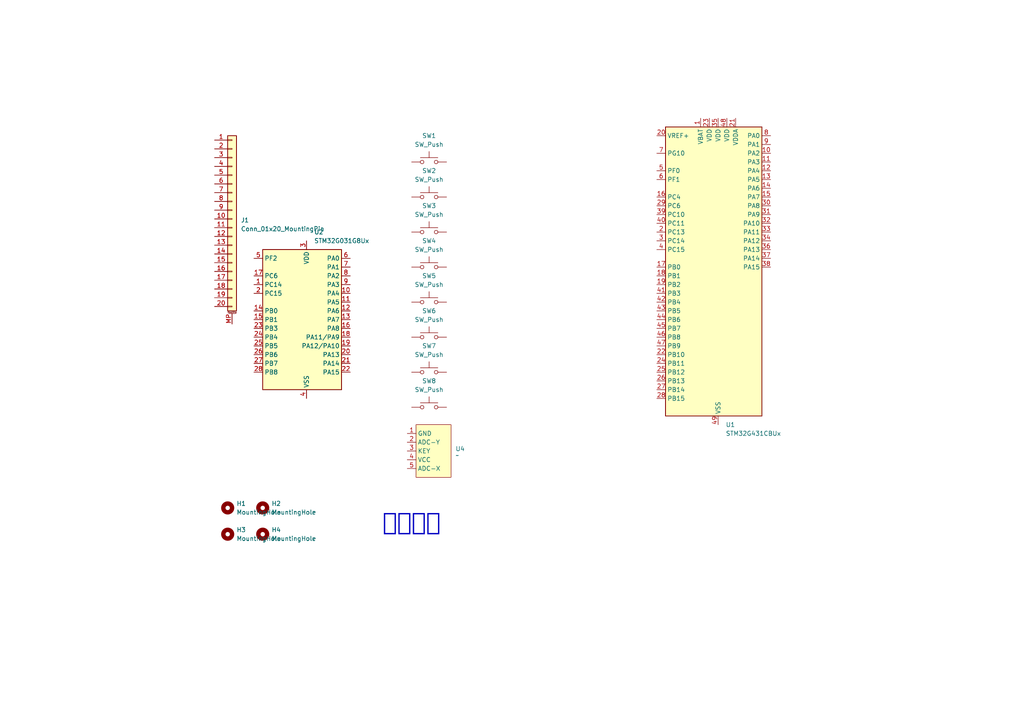
<source format=kicad_sch>
(kicad_sch (version 20231120) (generator "eeschema") (generator_version "8.0")
  (paper "A4")
  (lib_symbols
    (symbol "Connector_Generic_MountingPin:Conn_01x20_MountingPin" (pin_names (offset 1.016) hide)
      (property "Reference" "J" (at 0 25.4 0))
      (property "Value" "Conn_01x20_MountingPin" (at 1.27 -27.94 0))
      (symbol "Conn_01x20_MountingPin_1_1"
        (rectangle (start -1.27 -25.273) (end 0 -25.527) (stroke (width 0.1524)))
        (rectangle (start -1.27 -22.733) (end 0 -22.987) (stroke (width 0.1524)))
        (rectangle (start -1.27 -20.193) (end 0 -20.447) (stroke (width 0.1524)))
        (rectangle (start -1.27 -17.653) (end 0 -17.907) (stroke (width 0.1524)))
        (rectangle (start -1.27 -15.113) (end 0 -15.367) (stroke (width 0.1524)))
        (rectangle (start -1.27 -12.573) (end 0 -12.827) (stroke (width 0.1524)))
        (rectangle (start -1.27 -10.033) (end 0 -10.287) (stroke (width 0.1524)))
        (rectangle (start -1.27 -7.493) (end 0 -7.747) (stroke (width 0.1524)))
        (rectangle (start -1.27 -4.953) (end 0 -5.207) (stroke (width 0.1524)))
        (rectangle (start -1.27 -2.413) (end 0 -2.667) (stroke (width 0.1524)))
        (rectangle (start -1.27 0.127) (end 0 -0.127) (stroke (width 0.1524)))
        (rectangle (start -1.27 2.667) (end 0 2.413) (stroke (width 0.1524)))
        (rectangle (start -1.27 5.207) (end 0 4.953) (stroke (width 0.1524)))
        (rectangle (start -1.27 7.747) (end 0 7.493) (stroke (width 0.1524)))
        (rectangle (start -1.27 10.287) (end 0 10.033) (stroke (width 0.1524)))
        (rectangle (start -1.27 12.827) (end 0 12.573) (stroke (width 0.1524)))
        (rectangle (start -1.27 15.367) (end 0 15.113) (stroke (width 0.1524)))
        (rectangle (start -1.27 17.907) (end 0 17.653) (stroke (width 0.1524)))
        (rectangle (start -1.27 20.447) (end 0 20.193) (stroke (width 0.1524)))
        (rectangle (start -1.27 22.987) (end 0 22.733) (stroke (width 0.1524)))
        (rectangle (start -1.27 24.13) (end 1.27 -26.67) (stroke (width 0.254)) (fill (type background)))
        (polyline (pts (xy -1.016 -27.432) (xy 1.016 -27.432)) (stroke (width 0.1524)))
        (text "Mounting" (at 0 -27.051 0) (effects (font (size 0.381 0.381))))
        (pin passive line (at -5.08 22.86 0) (length 3.81) (name "Pin_1") (number "1"))
        (pin passive line (at -5.08 0 0) (length 3.81) (name "Pin_10") (number "10"))
        (pin passive line (at -5.08 -2.54 0) (length 3.81) (name "Pin_11") (number "11"))
        (pin passive line (at -5.08 -5.08 0) (length 3.81) (name "Pin_12") (number "12"))
        (pin passive line (at -5.08 -7.62 0) (length 3.81) (name "Pin_13") (number "13"))
        (pin passive line (at -5.08 -10.16 0) (length 3.81) (name "Pin_14") (number "14"))
        (pin passive line (at -5.08 -12.7 0) (length 3.81) (name "Pin_15") (number "15"))
        (pin passive line (at -5.08 -15.24 0) (length 3.81) (name "Pin_16") (number "16"))
        (pin passive line (at -5.08 -17.78 0) (length 3.81) (name "Pin_17") (number "17"))
        (pin passive line (at -5.08 -20.32 0) (length 3.81) (name "Pin_18") (number "18"))
        (pin passive line (at -5.08 -22.86 0) (length 3.81) (name "Pin_19") (number "19"))
        (pin passive line (at -5.08 20.32 0) (length 3.81) (name "Pin_2") (number "2"))
        (pin passive line (at -5.08 -25.4 0) (length 3.81) (name "Pin_20") (number "20"))
        (pin passive line (at -5.08 17.78 0) (length 3.81) (name "Pin_3") (number "3"))
        (pin passive line (at -5.08 15.24 0) (length 3.81) (name "Pin_4") (number "4"))
        (pin passive line (at -5.08 12.7 0) (length 3.81) (name "Pin_5") (number "5"))
        (pin passive line (at -5.08 10.16 0) (length 3.81) (name "Pin_6") (number "6"))
        (pin passive line (at -5.08 7.62 0) (length 3.81) (name "Pin_7") (number "7"))
        (pin passive line (at -5.08 5.08 0) (length 3.81) (name "Pin_8") (number "8"))
        (pin passive line (at -5.08 2.54 0) (length 3.81) (name "Pin_9") (number "9"))
        (pin passive line (at 0 -30.48 90) (length 3.048) (name "MountPin") (number "MP"))
      )
    )
    (symbol "MCU_ST_STM32G0:STM32G031G8Ux"
      (property "Reference" "U" (at -10.16 21.59 0))
      (property "Value" "STM32G031G8Ux" (at 5.08 21.59 0))
      (symbol "STM32G031G8Ux_0_1"
        (rectangle (start -10.16 -20.32) (end 12.7 20.32) (stroke (width 0.254)) (fill (type background)))
      )
      (symbol "STM32G031G8Ux_1_1"
        (pin bidirectional line (at -12.7 10.16 0) (length 2.54) (name "PC14") (number "1"))
        (pin bidirectional line (at 15.24 7.62 180) (length 2.54) (name "PA4") (number "10"))
        (pin bidirectional line (at 15.24 5.08 180) (length 2.54) (name "PA5") (number "11"))
        (pin bidirectional line (at 15.24 2.54 180) (length 2.54) (name "PA6") (number "12"))
        (pin bidirectional line (at 15.24 0 180) (length 2.54) (name "PA7") (number "13"))
        (pin bidirectional line (at -12.7 2.54 0) (length 2.54) (name "PB0") (number "14"))
        (pin bidirectional line (at -12.7 0 0) (length 2.54) (name "PB1") (number "15"))
        (pin bidirectional line (at 15.24 -2.54 180) (length 2.54) (name "PA8") (number "16"))
        (pin bidirectional line (at -12.7 12.7 0) (length 2.54) (name "PC6") (number "17"))
        (pin bidirectional line (at 15.24 -5.08 180) (length 2.54) (name "PA11/PA9") (number "18"))
        (pin bidirectional line (at 15.24 -7.62 180) (length 2.54) (name "PA12/PA10") (number "19"))
        (pin bidirectional line (at -12.7 7.62 0) (length 2.54) (name "PC15") (number "2"))
        (pin bidirectional line (at 15.24 -10.16 180) (length 2.54) (name "PA13") (number "20"))
        (pin bidirectional line (at 15.24 -12.7 180) (length 2.54) (name "PA14") (number "21"))
        (pin bidirectional line (at 15.24 -15.24 180) (length 2.54) (name "PA15") (number "22"))
        (pin bidirectional line (at -12.7 -2.54 0) (length 2.54) (name "PB3") (number "23"))
        (pin bidirectional line (at -12.7 -5.08 0) (length 2.54) (name "PB4") (number "24"))
        (pin bidirectional line (at -12.7 -7.62 0) (length 2.54) (name "PB5") (number "25"))
        (pin bidirectional line (at -12.7 -10.16 0) (length 2.54) (name "PB6") (number "26"))
        (pin bidirectional line (at -12.7 -12.7 0) (length 2.54) (name "PB7") (number "27"))
        (pin bidirectional line (at -12.7 -15.24 0) (length 2.54) (name "PB8") (number "28"))
        (pin power_in line (at 2.54 22.86 270) (length 2.54) (name "VDD") (number "3"))
        (pin power_in line (at 2.54 -22.86 90) (length 2.54) (name "VSS") (number "4"))
        (pin bidirectional line (at -12.7 17.78 0) (length 2.54) (name "PF2") (number "5"))
        (pin bidirectional line (at 15.24 17.78 180) (length 2.54) (name "PA0") (number "6"))
        (pin bidirectional line (at 15.24 15.24 180) (length 2.54) (name "PA1") (number "7"))
        (pin bidirectional line (at 15.24 12.7 180) (length 2.54) (name "PA2") (number "8"))
        (pin bidirectional line (at 15.24 10.16 180) (length 2.54) (name "PA3") (number "9"))
      )
    )
    (symbol "MCU_ST_STM32G4:STM32G431CBUx"
      (property "Reference" "U" (at -12.7 44.45 0))
      (property "Value" "STM32G431CBUx" (at 10.16 44.45 0))
      (symbol "STM32G431CBUx_0_1"
        (rectangle (start -12.7 -40.64) (end 15.24 43.18) (stroke (width 0.254)) (fill (type background)))
      )
      (symbol "STM32G431CBUx_1_1"
        (pin power_in line (at -2.54 45.72 270) (length 2.54) (name "VBAT") (number "1"))
        (pin bidirectional line (at 17.78 35.56 180) (length 2.54) (name "PA2") (number "10"))
        (pin bidirectional line (at 17.78 33.02 180) (length 2.54) (name "PA3") (number "11"))
        (pin bidirectional line (at 17.78 30.48 180) (length 2.54) (name "PA4") (number "12"))
        (pin bidirectional line (at 17.78 27.94 180) (length 2.54) (name "PA5") (number "13"))
        (pin bidirectional line (at 17.78 25.4 180) (length 2.54) (name "PA6") (number "14"))
        (pin bidirectional line (at 17.78 22.86 180) (length 2.54) (name "PA7") (number "15"))
        (pin bidirectional line (at -15.24 22.86 0) (length 2.54) (name "PC4") (number "16"))
        (pin bidirectional line (at -15.24 2.54 0) (length 2.54) (name "PB0") (number "17"))
        (pin bidirectional line (at -15.24 0 0) (length 2.54) (name "PB1") (number "18"))
        (pin bidirectional line (at -15.24 -2.54 0) (length 2.54) (name "PB2") (number "19"))
        (pin bidirectional line (at -15.24 12.7 0) (length 2.54) (name "PC13") (number "2"))
        (pin input line (at -15.24 40.64 0) (length 2.54) (name "VREF+") (number "20"))
        (pin power_in line (at 7.62 45.72 270) (length 2.54) (name "VDDA") (number "21"))
        (pin bidirectional line (at -15.24 -22.86 0) (length 2.54) (name "PB10") (number "22"))
        (pin power_in line (at 0 45.72 270) (length 2.54) (name "VDD") (number "23"))
        (pin bidirectional line (at -15.24 -25.4 0) (length 2.54) (name "PB11") (number "24"))
        (pin bidirectional line (at -15.24 -27.94 0) (length 2.54) (name "PB12") (number "25"))
        (pin bidirectional line (at -15.24 -30.48 0) (length 2.54) (name "PB13") (number "26"))
        (pin bidirectional line (at -15.24 -33.02 0) (length 2.54) (name "PB14") (number "27"))
        (pin bidirectional line (at -15.24 -35.56 0) (length 2.54) (name "PB15") (number "28"))
        (pin bidirectional line (at -15.24 20.32 0) (length 2.54) (name "PC6") (number "29"))
        (pin bidirectional line (at -15.24 10.16 0) (length 2.54) (name "PC14") (number "3"))
        (pin bidirectional line (at 17.78 20.32 180) (length 2.54) (name "PA8") (number "30"))
        (pin bidirectional line (at 17.78 17.78 180) (length 2.54) (name "PA9") (number "31"))
        (pin bidirectional line (at 17.78 15.24 180) (length 2.54) (name "PA10") (number "32"))
        (pin bidirectional line (at 17.78 12.7 180) (length 2.54) (name "PA11") (number "33"))
        (pin bidirectional line (at 17.78 10.16 180) (length 2.54) (name "PA12") (number "34"))
        (pin power_in line (at 2.54 45.72 270) (length 2.54) (name "VDD") (number "35"))
        (pin bidirectional line (at 17.78 7.62 180) (length 2.54) (name "PA13") (number "36"))
        (pin bidirectional line (at 17.78 5.08 180) (length 2.54) (name "PA14") (number "37"))
        (pin bidirectional line (at 17.78 2.54 180) (length 2.54) (name "PA15") (number "38"))
        (pin bidirectional line (at -15.24 17.78 0) (length 2.54) (name "PC10") (number "39"))
        (pin bidirectional line (at -15.24 7.62 0) (length 2.54) (name "PC15") (number "4"))
        (pin bidirectional line (at -15.24 15.24 0) (length 2.54) (name "PC11") (number "40"))
        (pin bidirectional line (at -15.24 -5.08 0) (length 2.54) (name "PB3") (number "41"))
        (pin bidirectional line (at -15.24 -7.62 0) (length 2.54) (name "PB4") (number "42"))
        (pin bidirectional line (at -15.24 -10.16 0) (length 2.54) (name "PB5") (number "43"))
        (pin bidirectional line (at -15.24 -12.7 0) (length 2.54) (name "PB6") (number "44"))
        (pin bidirectional line (at -15.24 -15.24 0) (length 2.54) (name "PB7") (number "45"))
        (pin bidirectional line (at -15.24 -17.78 0) (length 2.54) (name "PB8") (number "46"))
        (pin bidirectional line (at -15.24 -20.32 0) (length 2.54) (name "PB9") (number "47"))
        (pin power_in line (at 5.08 45.72 270) (length 2.54) (name "VDD") (number "48"))
        (pin power_in line (at 2.54 -43.18 90) (length 2.54) (name "VSS") (number "49"))
        (pin bidirectional line (at -15.24 30.48 0) (length 2.54) (name "PF0") (number "5"))
        (pin bidirectional line (at -15.24 27.94 0) (length 2.54) (name "PF1") (number "6"))
        (pin bidirectional line (at -15.24 35.56 0) (length 2.54) (name "PG10") (number "7"))
        (pin bidirectional line (at 17.78 40.64 180) (length 2.54) (name "PA0") (number "8"))
        (pin bidirectional line (at 17.78 38.1 180) (length 2.54) (name "PA1") (number "9"))
      )
    )
    (symbol "Mechanical:MountingHole" (pin_names (offset 1.016)) (exclude_from_sim yes) (in_bom no)
      (property "Reference" "H" (at 0 5.08 0))
      (property "Value" "MountingHole" (at 0 3.175 0))
      (symbol "MountingHole_0_1"
        (circle (center 0 0) (radius 1.27) (stroke (width 1.27)))
      )
    )
    (symbol "Switch:SW_Push" (pin_numbers hide) (pin_names (offset 1.016) hide)
      (property "Reference" "SW" (at 1.27 2.54 0))
      (property "Value" "SW_Push" (at 0 -1.524 0))
      (symbol "SW_Push_0_1"
        (circle (center -2.032 0) (radius 0.508))
        (polyline (pts (xy 0 1.27) (xy 0 3.048)))
        (polyline (pts (xy 2.54 1.27) (xy -2.54 1.27)))
        (circle (center 2.032 0) (radius 0.508))
        (pin passive line (at -5.08 0 0) (length 2.54) (name "1") (number "1"))
        (pin passive line (at 5.08 0 180) (length 2.54) (name "2") (number "2"))
      )
    )
    (symbol "my_symbol:ns_joystick"
      (property "Reference" "U" (at -2.032 8.636 0))
      (symbol "ns_joystick_1_1"
        (rectangle (start -5.0696 7.62) (end 5.0904 -7.62) (fill (type background)))
        (pin input line (at -7.6096 5.08 0) (length 2.54) (name "GND") (number "1"))
        (pin input line (at -7.62 2.5469 0) (length 2.54) (name "ADC-Y") (number "2"))
        (pin input line (at -7.62 0.0034 0) (length 2.54) (name "KEY") (number "3"))
        (pin input line (at -7.62 -2.54 0) (length 2.54) (name "VCC") (number "4"))
        (pin input line (at -7.6096 -5.08 0) (length 2.54) (name "ADC-X") (number "5"))
      )
    )
  )
  (text "输入控制" (at 119.38 153.162 0) (effects (font (size 5 5) (thickness 1) (bold yes))))
  (symbol (lib_id "Switch:SW_Push") (at 124.46 77.47 0) (unit 1)
    (property "Reference" "SW4" (at 124.46 69.85 0))
    (property "Value" "SW_Push" (at 124.46 72.39 0))
    (property "Footprint" "my_footprint:KEY-SMD_4P-L4.2-W3.4-P2.15-LS4.5-TL" (effects (hide yes)))
    (property "Description" "Push button switch, generic, two pins" (effects (hide yes)))
  )
  (symbol (lib_id "Switch:SW_Push") (at 124.46 87.63 0) (unit 1)
    (property "Reference" "SW5" (at 124.46 80.01 0))
    (property "Value" "SW_Push" (at 124.46 82.55 0))
    (property "Footprint" "my_footprint:KEY-SMD_4P-L4.2-W3.4-P2.15-LS4.5-TL" (effects (hide yes)))
    (property "Description" "Push button switch, generic, two pins" (effects (hide yes)))
  )
  (symbol (lib_id "Mechanical:MountingHole") (at 76.2 147.32 0) (unit 1)
    (property "Reference" "H2" (at 78.74 146.0499 0) (effects (justify left)))
    (property "Value" "MountingHole" (at 78.74 148.5899 0) (effects (justify left)))
    (property "Footprint" "MountingHole:MountingHole_2.2mm_M2" (effects (hide yes)))
    (property "Description" "Mounting Hole without connection" (effects (hide yes)))
  )
  (symbol (lib_id "Switch:SW_Push") (at 124.46 107.95 0) (unit 1)
    (property "Reference" "SW7" (at 124.46 100.33 0))
    (property "Value" "SW_Push" (at 124.46 102.87 0))
    (property "Footprint" "my_footprint:KEY-SMD_4P-L4.2-W3.4-P2.15-LS4.5-TL" (effects (hide yes)))
    (property "Description" "Push button switch, generic, two pins" (effects (hide yes)))
  )
  (symbol (lib_id "Mechanical:MountingHole") (at 66.04 147.32 0) (unit 1)
    (property "Reference" "H1" (at 68.58 146.0499 0) (effects (justify left)))
    (property "Value" "MountingHole" (at 68.58 148.5899 0) (effects (justify left)))
    (property "Footprint" "MountingHole:MountingHole_2.2mm_M2" (effects (hide yes)))
    (property "Description" "Mounting Hole without connection" (effects (hide yes)))
  )
  (symbol (lib_id "Switch:SW_Push") (at 124.46 46.99 0) (unit 1)
    (property "Reference" "SW1" (at 124.46 39.37 0))
    (property "Value" "SW_Push" (at 124.46 41.91 0))
    (property "Footprint" "my_footprint:KEY-SMD_4P-L4.2-W3.4-P2.15-LS4.5-TL" (effects (hide yes)))
    (property "Description" "Push button switch, generic, two pins" (effects (hide yes)))
  )
  (symbol (lib_id "my_symbol:ns_joystick") (at 125.73 130.81 0) (unit 1)
    (property "Reference" "U4" (at 132.08 130.1749 0) (effects (justify left)))
    (property "Value" "~" (at 132.08 132.08 0) (effects (justify left)))
    (property "Footprint" "my_footprint:ns_joystick" (effects (hide yes)))
    (property "Description" "https://blog.csdn.net/qq_28145393/article/details/125769568" (effects (hide yes)))
  )
  (symbol (lib_id "Switch:SW_Push") (at 124.46 118.11 0) (unit 1)
    (property "Reference" "SW8" (at 124.46 110.49 0))
    (property "Value" "SW_Push" (at 124.46 113.03 0))
    (property "Footprint" "my_footprint:KEY-SMD_4P-L4.2-W3.4-P2.15-LS4.5-TL" (effects (hide yes)))
    (property "Description" "Push button switch, generic, two pins" (effects (hide yes)))
  )
  (symbol (lib_id "Switch:SW_Push") (at 124.46 67.31 0) (unit 1)
    (property "Reference" "SW3" (at 124.46 59.69 0))
    (property "Value" "SW_Push" (at 124.46 62.23 0))
    (property "Footprint" "my_footprint:KEY-SMD_4P-L4.2-W3.4-P2.15-LS4.5-TL" (effects (hide yes)))
    (property "Description" "Push button switch, generic, two pins" (effects (hide yes)))
  )
  (symbol (lib_id "Mechanical:MountingHole") (at 66.04 154.94 0) (unit 1)
    (property "Reference" "H3" (at 68.58 153.6699 0) (effects (justify left)))
    (property "Value" "MountingHole" (at 68.58 156.2099 0) (effects (justify left)))
    (property "Footprint" "MountingHole:MountingHole_2.2mm_M2" (effects (hide yes)))
    (property "Description" "Mounting Hole without connection" (effects (hide yes)))
  )
  (symbol (lib_id "MCU_ST_STM32G4:STM32G431CBUx") (at 205.74 80.01 0) (unit 1)
    (property "Reference" "U1" (at 210.4741 123.19 0) (effects (justify left)))
    (property "Value" "STM32G431CBUx" (at 210.4741 125.73 0) (effects (justify left)))
    (property "Footprint" "Package_DFN_QFN:QFN-48-1EP_7x7mm_P0.5mm_EP5.6x5.6mm" (effects (hide yes)))
    (property "Datasheet" "https://www.st.com/resource/en/datasheet/stm32g431cb.pdf" (effects (hide yes)))
    (property "Description" "STMicroelectronics Arm Cortex-M4 MCU, 128KB flash, 32KB RAM, 170 MHz, 1.71-3.6V, 42 GPIO, UFQFPN48" (effects (hide yes)))
  )
  (symbol (lib_id "MCU_ST_STM32G0:STM32G031G8Ux") (at 86.36 92.71 0) (unit 1)
    (property "Reference" "U2" (at 91.0941 67.31 0) (effects (justify left)))
    (property "Value" "STM32G031G8Ux" (at 91.0941 69.85 0) (effects (justify left)))
    (property "Footprint" "Package_DFN_QFN:QFN-28_4x4mm_P0.5mm" (effects (hide yes)))
    (property "Datasheet" "https://www.st.com/resource/en/datasheet/stm32g031g8.pdf" (effects (hide yes)))
    (property "Description" "STMicroelectronics Arm Cortex-M0+ MCU, 64KB flash, 8KB RAM, 64 MHz, 1.7-3.6V, 26 GPIO, UFQFPN28" (effects (hide yes)))
  )
  (symbol (lib_id "Switch:SW_Push") (at 124.46 97.79 0) (unit 1)
    (property "Reference" "SW6" (at 124.46 90.17 0))
    (property "Value" "SW_Push" (at 124.46 92.71 0))
    (property "Footprint" "my_footprint:KEY-SMD_4P-L4.2-W3.4-P2.15-LS4.5-TL" (effects (hide yes)))
    (property "Description" "Push button switch, generic, two pins" (effects (hide yes)))
  )
  (symbol (lib_id "Switch:SW_Push") (at 124.46 57.15 0) (unit 1)
    (property "Reference" "SW2" (at 124.46 49.53 0))
    (property "Value" "SW_Push" (at 124.46 52.07 0))
    (property "Footprint" "my_footprint:KEY-SMD_4P-L4.2-W3.4-P2.15-LS4.5-TL" (effects (hide yes)))
    (property "Description" "Push button switch, generic, two pins" (effects (hide yes)))
  )
  (symbol (lib_id "Connector_Generic_MountingPin:Conn_01x20_MountingPin") (at 67.31 63.5 0) (unit 1)
    (property "Reference" "J1" (at 69.85 63.8555 0) (effects (justify left)))
    (property "Value" "Conn_01x20_MountingPin" (at 69.85 66.3955 0) (effects (justify left)))
    (property "Footprint" "Connector_FFC-FPC:TE_2-1734839-0_1x20-1MP_P0.5mm_Horizontal" (effects (hide yes)))
    (property "Description" "Generic connectable mounting pin connector, single row, 01x20, script generated (kicad-library-utils/schlib/autogen/connector/)" (effects (hide yes)))
  )
  (symbol (lib_id "Mechanical:MountingHole") (at 76.2 154.94 0) (unit 1)
    (property "Reference" "H4" (at 78.74 153.6699 0) (effects (justify left)))
    (property "Value" "MountingHole" (at 78.74 156.2099 0) (effects (justify left)))
    (property "Footprint" "MountingHole:MountingHole_2.2mm_M2" (effects (hide yes)))
    (property "Description" "Mounting Hole without connection" (effects (hide yes)))
  )
)
</source>
